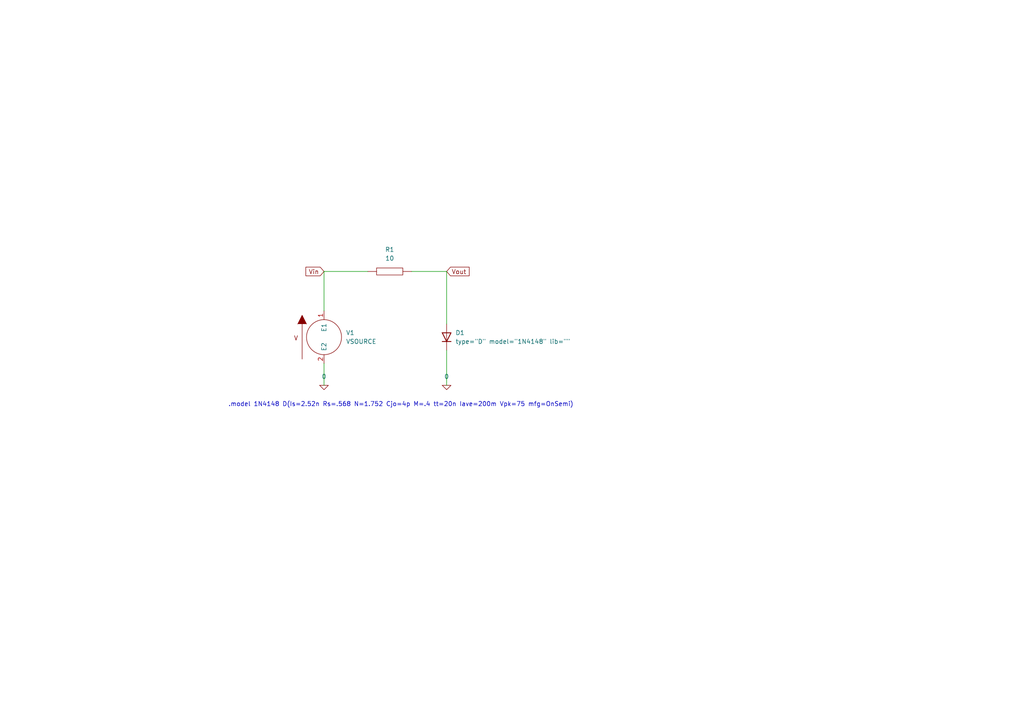
<source format=kicad_sch>
(kicad_sch (version 20211123) (generator eeschema)
  (paper "A4")
  (lib_symbols
    (symbol "Simulation_SPICE:DIODE" (pin_numbers hide) (pin_names (offset 1.016) hide)
      (property "Reference" "D" (at 0 2.54 0))
      (property "Value" "DIODE" (at 0 -2.54 0))
      (symbol "DIODE_0_1"
        (polyline (pts (xy 1.27 0) (xy -1.27 0)))
        (polyline (pts (xy 1.27 1.27) (xy 1.27 -1.27)) (stroke (width 0.254)))
        (polyline (pts (xy -1.27 -1.27) (xy -1.27 1.27) (xy 1.27 0) (xy -1.27 -1.27)) (stroke (width 0.254)))
      )
      (symbol "DIODE_1_1"
        (pin passive line (at -3.81 0 0) (length 2.54) (name "A") (number "1"))
        (pin passive line (at 3.81 0 180) (length 2.54) (name "K") (number "2"))
      )
    )
    (symbol "pspice:0" (power) (pin_names (offset 0))
      (property "Value" "0" (at 0 -1.778 0))
      (symbol "0_0_1"
        (polyline (pts (xy -1.27 0) (xy 0 -1.27) (xy 1.27 0) (xy -1.27 0)))
      )
      (symbol "0_1_1"
        (pin power_in line (at 0 0 0) (length 0) hide (name "0") (number "1"))
      )
    )
    (symbol "pspice:R" (pin_numbers hide) (pin_names (offset 0))
      (property "Reference" "R" (at 2.032 0 90))
      (property "Value" "R" (at 0 0 90))
      (symbol "R_0_1"
        (rectangle (start -1.016 3.81) (end 1.016 -3.81))
      )
      (symbol "R_1_1"
        (pin passive line (at 0 6.35 270) (length 2.54) (name "~") (number "1"))
        (pin passive line (at 0 -6.35 90) (length 2.54) (name "~") (number "2"))
      )
    )
    (symbol "pspice:VSOURCE" (pin_names (offset 1.016))
      (property "Reference" "V" (at -6.35 7.62 0))
      (property "Value" "VSOURCE" (at 0 0 0))
      (symbol "VSOURCE_0_1"
        (polyline (pts (xy -6.35 -6.35) (xy -6.35 3.81)) (fill (type outline)))
        (polyline (pts (xy -7.62 3.81) (xy -6.35 6.35) (xy -5.08 3.81)) (fill (type outline)))
        (circle (center 0 0) (radius 5.08))
        (text "V" (at -8.128 -0.254 0) (effects (font (size 1.27 1.27))))
      )
      (symbol "VSOURCE_1_1"
        (pin input line (at 0 7.62 270) (length 2.54) (name "E1") (number "1"))
        (pin input line (at 0 -7.62 90) (length 2.54) (name "E2") (number "2"))
      )
    )
  )
  (wire (pts (xy 93.98 111.76) (xy 93.98 105.41)))
  (wire (pts (xy 93.98 90.17) (xy 93.98 78.74)))
  (wire (pts (xy 119.38 78.74) (xy 129.54 78.74)))
  (wire (pts (xy 129.54 78.74) (xy 129.54 93.98)))
  (wire (pts (xy 129.54 101.6) (xy 129.54 111.76)))
  (wire (pts (xy 93.98 78.74) (xy 106.68 78.74)))
  (text ".model 1N4148 D(Is=2.52n Rs=.568 N=1.752 Cjo=4p M=.4 tt=20n Iave=200m Vpk=75 mfg=OnSemi)" (at 166.37 118.11 0) (effects (font (size 1.27 1.27)) (justify right bottom)))
  (global_label "Vout" (shape input) (at 129.54 78.74 0) (property "Intersheet References" "${INTERSHEET_REFS}" (effects hide)))
  (global_label "Vin" (shape input) (at 93.98 78.74 180) (property "Intersheet References" "${INTERSHEET_REFS}" (effects hide)))
  (symbol (lib_id "pspice:VSOURCE") (at 93.98 97.79 0) (unit 1)
    (property "Reference" "V1" (at 100.33 96.5199 0) (effects (justify left)))
    (property "Value" "VSOURCE" (at 100.33 99.0599 0) (effects (justify left)))
    (property "Spice_Primitive" "V" (effects hide))
    (property "Spice_Model" "dc 0 ac 1 sin(0 1 100)" (at 110.49 101.6 0))
    (property "Spice_Netlist_Enabled" "Y" (effects hide))
  )
  (symbol (lib_id "pspice:0") (at 93.98 111.76 0) (unit 1)
    (property "Reference" "#GND01" (effects hide))
    (property "Value" "0" (at 93.98 109.22 0))
  )
  (symbol (lib_id "pspice:0") (at 129.54 111.76 0) (unit 1)
    (property "Reference" "#GND02" (effects hide))
    (property "Value" "0" (at 129.54 109.22 0))
  )
  (symbol (lib_id "pspice:R") (at 113.03 78.74 90) (unit 1)
    (property "Reference" "R1" (at 113.03 72.39 90))
    (property "Value" "10" (at 113.03 74.93 90))
  )
  (symbol (lib_id "Simulation_SPICE:DIODE") (at 129.54 97.79 270) (unit 1)
    (property "Reference" "D1" (at 132.08 96.5199 90) (effects (justify left)))
    (property "Value" "1N4148" (at 132.08 99.0599 90) (effects (justify left)))
    (property "Spice_Netlist_Enabled" "Y" (effects hide))
    (property "Spice_Primitive" "D" (effects hide))
  )
)
</source>
